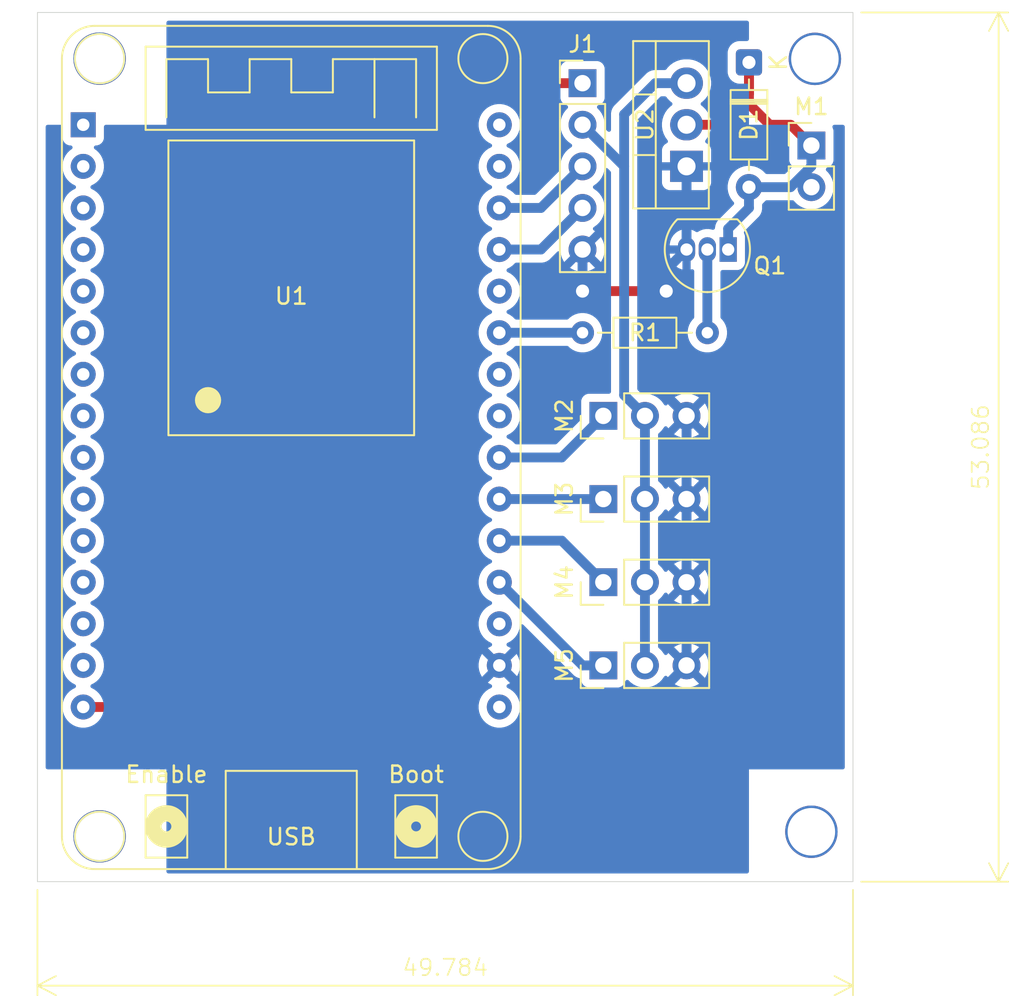
<source format=kicad_pcb>
(kicad_pcb (version 20241229) (generator "pcbnew") (generator_version "9.0")
  (title_block (title "Accessibility Module") (rev "1") (company "UTFPR") (comment 1 "Integration Workshop"))
  (layers (0 "F.Cu" signal) (2 "B.Cu" signal) (5 "F.SilkS" user "F.Silkscreen") (1 "F.Mask" user) (25 "Edge.Cuts" user))
  (net 0 "")
  (net 1 "/5V_CPU")
  (net 2 "GND")
  (net 3 "/MELODY_TX")
  (net 4 "/MELODY_RX")
  (net 5 "/5V_OTHERS")
  (net 6 "Net-(D1-A)")
  (net 7 "Net-(Q1-B)")
  (net 8 "/SERVO_4")
  (net 9 "/SERVO_3")
  (net 10 "/SERVO_2")
  (net 11 "/SERVO_1")
  (net 12 "/3V3_VIBRACALL")
  (net 13 "Net-(U1-IO19)")
  (footprint "Diode_THT:D_DO-35_SOD27_P7.62mm_Horizontal" (layer "F.Cu") (at 161.29 62.23 -90)
    (property "Reference" "D1" (at 3.81 0 90) (layer "F.SilkS"))
    (property "Value" "1N4148")
    (fp_line (start 1.04 0) (end 1.69 0) (stroke (width 0.12)) (layer "F.SilkS"))
    (fp_line (start 6.58 0) (end 5.93 0) (stroke (width 0.12)) (layer "F.SilkS"))
    (fp_line (start 2.29 -1.12) (end 2.29 1.12) (stroke (width 0.12)) (layer "F.SilkS"))
    (fp_line (start 2.41 -1.12) (end 2.41 1.12) (stroke (width 0.12)) (layer "F.SilkS"))
    (fp_line (start 2.53 -1.12) (end 2.53 1.12) (stroke (width 0.12)) (layer "F.SilkS"))
    (fp_rect (start 1.69 -1.12) (end 5.93 1.12) (stroke (width 0.12)) (fill no) (layer "F.SilkS"))
    (fp_text user "K" (at 0 -1.8 90) (layer "F.SilkS"))
    (pad "1" thru_hole roundrect (at 0 0 270) (size 1.6 1.6) (drill 0.8) (layers "*.Cu" "*.Mask") (roundrect_rratio 0.15625) (net 12 "/3V3_VIBRACALL"))
    (pad "2" thru_hole circle (at 7.62 0 270) (size 1.6 1.6) (drill 0.8) (layers "*.Cu" "*.Mask") (net 6 "Net-(D1-A)"))
  )
  (footprint "Connector_PinHeader_2.54mm:PinHeader_1x03_P2.54mm_Vertical" (layer "F.Cu") (at 152.4 88.9 90)
    (property "Reference" "M3" (at 0 -2.38 90) (layer "F.SilkS"))
    (property "Value" "SG90")
    (fp_line (start -1.38 -1.38) (end 0 -1.38) (stroke (width 0.12)) (layer "F.SilkS"))
    (fp_line (start -1.38 0) (end -1.38 -1.38) (stroke (width 0.12)) (layer "F.SilkS"))
    (fp_line (start 1.38 1.27) (end 1.38 6.46) (stroke (width 0.12)) (layer "F.SilkS"))
    (fp_line (start -1.38 1.27) (end 1.38 1.27) (stroke (width 0.12)) (layer "F.SilkS"))
    (fp_line (start -1.38 1.27) (end -1.38 6.46) (stroke (width 0.12)) (layer "F.SilkS"))
    (fp_line (start -1.38 6.46) (end 1.38 6.46) (stroke (width 0.12)) (layer "F.SilkS"))
    (pad "1" thru_hole rect (at 0 0 90) (size 1.7 1.7) (drill 1) (layers "*.Cu" "*.Mask") (net 10 "/SERVO_2"))
    (pad "2" thru_hole circle (at 0 2.54 90) (size 1.7 1.7) (drill 1) (layers "*.Cu" "*.Mask") (net 5 "/5V_OTHERS"))
    (pad "3" thru_hole circle (at 0 5.08 90) (size 1.7 1.7) (drill 1) (layers "*.Cu" "*.Mask") (net 2 "GND"))
  )
  (footprint "Package_TO_SOT_THT:TO-92_Inline" (layer "F.Cu") (at 160.02 73.66 180)
    (property "Reference" "Q1" (at -2.54 -0.994977 0) (layer "F.SilkS"))
    (property "Value" "BC546")
    (fp_line (start -0.53 1.85) (end 3.07 1.85) (stroke (width 0.12)) (layer "F.SilkS"))
    (fp_arc (start 1.27 -2.6) (mid 3.672087 -0.994977) (end 3.108478 1.838478) (stroke (width 0.12)) (layer "F.SilkS"))
    (fp_arc (start -0.568478 1.838478) (mid -1.132087 -0.994977) (end 1.27 -2.6) (stroke (width 0.12)) (layer "F.SilkS"))
    (pad "1" thru_hole rect (at 0 0 180) (size 1.05 1.5) (drill 0.75) (layers "*.Cu" "*.Mask") (net 6 "Net-(D1-A)"))
    (pad "2" thru_hole oval (at 1.27 0 180) (size 1.05 1.5) (drill 0.75) (layers "*.Cu" "*.Mask") (net 7 "Net-(Q1-B)"))
    (pad "3" thru_hole oval (at 2.54 0 180) (size 1.05 1.5) (drill 0.75) (layers "*.Cu" "*.Mask") (net 2 "GND"))
  )
  (footprint "Connector_PinHeader_2.54mm:PinHeader_1x03_P2.54mm_Vertical" (layer "F.Cu") (at 152.4 93.98 90)
    (property "Reference" "M4" (at 0 -2.38 90) (layer "F.SilkS"))
    (property "Value" "SG90")
    (fp_line (start -1.38 -1.38) (end 0 -1.38) (stroke (width 0.12)) (layer "F.SilkS"))
    (fp_line (start -1.38 0) (end -1.38 -1.38) (stroke (width 0.12)) (layer "F.SilkS"))
    (fp_line (start 1.38 1.27) (end 1.38 6.46) (stroke (width 0.12)) (layer "F.SilkS"))
    (fp_line (start -1.38 1.27) (end 1.38 1.27) (stroke (width 0.12)) (layer "F.SilkS"))
    (fp_line (start -1.38 1.27) (end -1.38 6.46) (stroke (width 0.12)) (layer "F.SilkS"))
    (fp_line (start -1.38 6.46) (end 1.38 6.46) (stroke (width 0.12)) (layer "F.SilkS"))
    (pad "1" thru_hole rect (at 0 0 90) (size 1.7 1.7) (drill 1) (layers "*.Cu" "*.Mask") (net 9 "/SERVO_3"))
    (pad "2" thru_hole circle (at 0 2.54 90) (size 1.7 1.7) (drill 1) (layers "*.Cu" "*.Mask") (net 5 "/5V_OTHERS"))
    (pad "3" thru_hole circle (at 0 5.08 90) (size 1.7 1.7) (drill 1) (layers "*.Cu" "*.Mask") (net 2 "GND"))
  )
  (footprint "Connector_PinHeader_2.54mm:PinHeader_1x02_P2.54mm_Vertical" (layer "F.Cu") (at 165.1 67.31)
    (property "Reference" "M1" (at 0 -2.38 0) (layer "F.SilkS"))
    (property "Value" "Motor_DC")
    (fp_line (start -1.38 -1.38) (end 0 -1.38) (stroke (width 0.12)) (layer "F.SilkS"))
    (fp_line (start -1.38 0) (end -1.38 -1.38) (stroke (width 0.12)) (layer "F.SilkS"))
    (fp_line (start -1.38 1.27) (end -1.38 3.92) (stroke (width 0.12)) (layer "F.SilkS"))
    (fp_line (start -1.38 1.27) (end 1.38 1.27) (stroke (width 0.12)) (layer "F.SilkS"))
    (fp_line (start -1.38 3.92) (end 1.38 3.92) (stroke (width 0.12)) (layer "F.SilkS"))
    (fp_line (start 1.38 1.27) (end 1.38 3.92) (stroke (width 0.12)) (layer "F.SilkS"))
    (pad "1" thru_hole rect (at 0 0) (size 1.7 1.7) (drill 1) (layers "*.Cu" "*.Mask") (net 12 "/3V3_VIBRACALL"))
    (pad "2" thru_hole circle (at 0 2.54) (size 1.7 1.7) (drill 1) (layers "*.Cu" "*.Mask") (net 6 "Net-(D1-A)"))
  )
  (footprint "Resistor_THT:R_Axial_DIN0204_L3.6mm_D1.6mm_P7.62mm_Horizontal" (layer "F.Cu") (at 151.13 78.74)
    (property "Reference" "R1" (at 3.81 0 0) (layer "F.SilkS"))
    (property "Value" "270R")
    (fp_line (start 0.94 0) (end 1.89 0) (stroke (width 0.12)) (layer "F.SilkS"))
    (fp_line (start 6.68 0) (end 5.73 0) (stroke (width 0.12)) (layer "F.SilkS"))
    (fp_rect (start 1.89 -0.92) (end 5.73 0.92) (stroke (width 0.12)) (fill no) (layer "F.SilkS"))
    (pad "1" thru_hole circle (at 0 0) (size 1.4 1.4) (drill 0.7) (layers "*.Cu" "*.Mask") (net 13 "Net-(U1-IO19)"))
    (pad "2" thru_hole circle (at 7.62 0) (size 1.4 1.4) (drill 0.7) (layers "*.Cu" "*.Mask") (net 7 "Net-(Q1-B)"))
  )
  (footprint "Connector_PinHeader_2.54mm:PinHeader_1x03_P2.54mm_Vertical" (layer "F.Cu") (at 152.4 83.82 90)
    (property "Reference" "M2" (at 0 -2.38 90) (layer "F.SilkS"))
    (property "Value" "SG90")
    (fp_line (start -1.38 -1.38) (end 0 -1.38) (stroke (width 0.12)) (layer "F.SilkS"))
    (fp_line (start -1.38 0) (end -1.38 -1.38) (stroke (width 0.12)) (layer "F.SilkS"))
    (fp_line (start 1.38 1.27) (end 1.38 6.46) (stroke (width 0.12)) (layer "F.SilkS"))
    (fp_line (start -1.38 1.27) (end 1.38 1.27) (stroke (width 0.12)) (layer "F.SilkS"))
    (fp_line (start -1.38 1.27) (end -1.38 6.46) (stroke (width 0.12)) (layer "F.SilkS"))
    (fp_line (start -1.38 6.46) (end 1.38 6.46) (stroke (width 0.12)) (layer "F.SilkS"))
    (pad "1" thru_hole rect (at 0 0 90) (size 1.7 1.7) (drill 1) (layers "*.Cu" "*.Mask") (net 11 "/SERVO_1"))
    (pad "2" thru_hole circle (at 0 2.54 90) (size 1.7 1.7) (drill 1) (layers "*.Cu" "*.Mask") (net 5 "/5V_OTHERS"))
    (pad "3" thru_hole circle (at 0 5.08 90) (size 1.7 1.7) (drill 1) (layers "*.Cu" "*.Mask") (net 2 "GND"))
  )
  (footprint "Package_TO_SOT_THT:TO-220-3_Vertical" (layer "F.Cu") (at 157.48 68.58 90)
    (property "Reference" "U2" (at 2.54 -2.54 90) (layer "F.SilkS"))
    (property "Value" "LM1117T-3.3")
    (fp_line (start 7.65 -3.26) (end 7.65 1.36) (stroke (width 0.12)) (layer "F.SilkS"))
    (fp_line (start 4.39 -3.26) (end 4.39 -1.88) (stroke (width 0.12)) (layer "F.SilkS"))
    (fp_line (start 0.69 -3.26) (end 0.69 -1.88) (stroke (width 0.12)) (layer "F.SilkS"))
    (fp_line (start -2.57 -3.26) (end 7.65 -3.26) (stroke (width 0.12)) (layer "F.SilkS"))
    (fp_line (start -2.57 -3.26) (end -2.57 1.36) (stroke (width 0.12)) (layer "F.SilkS"))
    (fp_line (start -2.57 -1.88) (end 7.65 -1.88) (stroke (width 0.12)) (layer "F.SilkS"))
    (fp_line (start -2.57 1.36) (end 7.65 1.36) (stroke (width 0.12)) (layer "F.SilkS"))
    (pad "1" thru_hole rect (at 0 0 90) (size 1.905 2) (drill 1.1) (layers "*.Cu" "*.Mask") (net 2 "GND"))
    (pad "2" thru_hole oval (at 2.54 0 90) (size 1.905 2) (drill 1.1) (layers "*.Cu" "*.Mask") (net 12 "/3V3_VIBRACALL"))
    (pad "3" thru_hole oval (at 5.08 0 90) (size 1.905 2) (drill 1.1) (layers "*.Cu" "*.Mask") (net 5 "/5V_OTHERS"))
  )
  (footprint "Connector_PinHeader_2.54mm:PinHeader_1x03_P2.54mm_Vertical" (layer "F.Cu") (at 152.4 99.06 90)
    (property "Reference" "M5" (at 0 -2.38 90) (layer "F.SilkS"))
    (property "Value" "SG90")
    (fp_line (start -1.38 -1.38) (end 0 -1.38) (stroke (width 0.12)) (layer "F.SilkS"))
    (fp_line (start -1.38 0) (end -1.38 -1.38) (stroke (width 0.12)) (layer "F.SilkS"))
    (fp_line (start 1.38 1.27) (end 1.38 6.46) (stroke (width 0.12)) (layer "F.SilkS"))
    (fp_line (start -1.38 1.27) (end 1.38 1.27) (stroke (width 0.12)) (layer "F.SilkS"))
    (fp_line (start -1.38 1.27) (end -1.38 6.46) (stroke (width 0.12)) (layer "F.SilkS"))
    (fp_line (start -1.38 6.46) (end 1.38 6.46) (stroke (width 0.12)) (layer "F.SilkS"))
    (pad "1" thru_hole rect (at 0 0 90) (size 1.7 1.7) (drill 1) (layers "*.Cu" "*.Mask") (net 8 "/SERVO_4"))
    (pad "2" thru_hole circle (at 0 2.54 90) (size 1.7 1.7) (drill 1) (layers "*.Cu" "*.Mask") (net 5 "/5V_OTHERS"))
    (pad "3" thru_hole circle (at 0 5.08 90) (size 1.7 1.7) (drill 1) (layers "*.Cu" "*.Mask") (net 2 "GND"))
  )
  (footprint "Connector_PinHeader_2.54mm:PinHeader_1x05_P2.54mm_Vertical" (layer "F.Cu") (at 151.13 63.5)
    (property "Reference" "J1" (at 0 -2.38 0) (layer "F.SilkS"))
    (property "Value" "Conn_01x05_Pin")
    (fp_line (start -1.38 -1.38) (end 0 -1.38) (stroke (width 0.12)) (layer "F.SilkS"))
    (fp_line (start -1.38 0) (end -1.38 -1.38) (stroke (width 0.12)) (layer "F.SilkS"))
    (fp_line (start -1.38 1.27) (end -1.38 11.54) (stroke (width 0.12)) (layer "F.SilkS"))
    (fp_line (start -1.38 1.27) (end 1.38 1.27) (stroke (width 0.12)) (layer "F.SilkS"))
    (fp_line (start -1.38 11.54) (end 1.38 11.54) (stroke (width 0.12)) (layer "F.SilkS"))
    (fp_line (start 1.38 1.27) (end 1.38 11.54) (stroke (width 0.12)) (layer "F.SilkS"))
    (pad "1" thru_hole rect (at 0 0) (size 1.7 1.7) (drill 1) (layers "*.Cu" "*.Mask") (net 1 "/5V_CPU"))
    (pad "2" thru_hole circle (at 0 2.54) (size 1.7 1.7) (drill 1) (layers "*.Cu" "*.Mask") (net 5 "/5V_OTHERS"))
    (pad "3" thru_hole circle (at 0 5.08) (size 1.7 1.7) (drill 1) (layers "*.Cu" "*.Mask") (net 3 "/MELODY_TX"))
    (pad "4" thru_hole circle (at 0 7.62) (size 1.7 1.7) (drill 1) (layers "*.Cu" "*.Mask") (net 4 "/MELODY_RX"))
    (pad "5" thru_hole circle (at 0 10.16) (size 1.7 1.7) (drill 1) (layers "*.Cu" "*.Mask") (net 2 "GND"))
  )
  (footprint "esp32_devkit_v1_doit:esp32_devkit_v1_doit" (layer "F.Cu") (at 133.35 66.04)
    (property "Reference" "U1" (at 0 10.47 0) (layer "F.SilkS"))
    (property "Value" "ESP32_DevKit_V1_DOIT")
    (fp_line (start -14 -4.04) (end -14 43.46) (stroke (width 0.12)) (layer "F.SilkS"))
    (fp_line (start -12 -6.04) (end 12 -6.04) (stroke (width 0.12)) (layer "F.SilkS"))
    (fp_line (start -12 45.46) (end 12 45.46) (stroke (width 0.12)) (layer "F.SilkS"))
    (fp_line (start -8.89 -4.77) (end 8.89 -4.77) (stroke (width 0.12)) (layer "F.SilkS"))
    (fp_line (start -8.89 0.31) (end -8.89 -4.77) (stroke (width 0.12)) (layer "F.SilkS"))
    (fp_line (start -8.89 40.95) (end -6.35 40.95) (stroke (width 0.12)) (layer "F.SilkS"))
    (fp_line (start -8.89 44.76) (end -8.89 40.95) (stroke (width 0.12)) (layer "F.SilkS"))
    (fp_line (start -7.62 -4.008) (end -5.08 -4.008) (stroke (width 0.12)) (layer "F.SilkS"))
    (fp_line (start -7.62 -0.452) (end -7.62 -4.008) (stroke (width 0.12)) (layer "F.SilkS"))
    (fp_line (start -7.5 0.96) (end 7.5 0.96) (stroke (width 0.12)) (layer "F.SilkS"))
    (fp_line (start -7.5 18.96) (end -7.5 0.96) (stroke (width 0.12)) (layer "F.SilkS"))
    (fp_line (start -6.35 40.95) (end -6.35 44.76) (stroke (width 0.12)) (layer "F.SilkS"))
    (fp_line (start -6.35 44.76) (end -8.89 44.76) (stroke (width 0.12)) (layer "F.SilkS"))
    (fp_line (start -5.08 -4.008) (end -5.08 -1.976) (stroke (width 0.12)) (layer "F.SilkS"))
    (fp_line (start -5.08 -1.976) (end -2.54 -1.976) (stroke (width 0.12)) (layer "F.SilkS"))
    (fp_line (start -4 39.46) (end -4 45.46) (stroke (width 0.12)) (layer "F.SilkS"))
    (fp_line (start -4 39.46) (end 4 39.46) (stroke (width 0.12)) (layer "F.SilkS"))
    (fp_line (start -2.54 -4.008) (end 0 -4.008) (stroke (width 0.12)) (layer "F.SilkS"))
    (fp_line (start -2.54 -1.976) (end -2.54 -4.008) (stroke (width 0.12)) (layer "F.SilkS"))
    (fp_line (start 0 -4.008) (end 0 -1.976) (stroke (width 0.12)) (layer "F.SilkS"))
    (fp_line (start 0 -1.976) (end 2.54 -1.976) (stroke (width 0.12)) (layer "F.SilkS"))
    (fp_line (start 2.54 -4.008) (end 7.62 -4.008) (stroke (width 0.12)) (layer "F.SilkS"))
    (fp_line (start 2.54 -1.976) (end 2.54 -4.008) (stroke (width 0.12)) (layer "F.SilkS"))
    (fp_line (start 4 39.46) (end 4 45.46) (stroke (width 0.12)) (layer "F.SilkS"))
    (fp_line (start 5.08 -4.008) (end 5.08 -0.452) (stroke (width 0.12)) (layer "F.SilkS"))
    (fp_line (start 6.35 40.95) (end 8.89 40.95) (stroke (width 0.12)) (layer "F.SilkS"))
    (fp_line (start 6.35 44.76) (end 6.35 40.95) (stroke (width 0.12)) (layer "F.SilkS"))
    (fp_line (start 7.5 0.96) (end 7.5 18.96) (stroke (width 0.12)) (layer "F.SilkS"))
    (fp_line (start 7.5 18.96) (end -7.5 18.96) (stroke (width 0.12)) (layer "F.SilkS"))
    (fp_line (start 7.62 -4.008) (end 7.62 -0.452) (stroke (width 0.12)) (layer "F.SilkS"))
    (fp_line (start 8.89 -4.77) (end 8.89 0.31) (stroke (width 0.12)) (layer "F.SilkS"))
    (fp_line (start 8.89 0.31) (end -8.89 0.31) (stroke (width 0.12)) (layer "F.SilkS"))
    (fp_line (start 8.89 40.95) (end 8.89 44.76) (stroke (width 0.12)) (layer "F.SilkS"))
    (fp_line (start 8.89 44.76) (end 6.35 44.76) (stroke (width 0.12)) (layer "F.SilkS"))
    (fp_line (start 14 43.46) (end 14 -4.04) (stroke (width 0.12)) (layer "F.SilkS"))
    (fp_arc (start -14 -4.04) (mid -13.414214 -5.454214) (end -12 -6.04) (stroke (width 0.12)) (layer "F.SilkS"))
    (fp_arc (start -12 45.46) (mid -13.414214 44.874214) (end -14 43.46) (stroke (width 0.12)) (layer "F.SilkS"))
    (fp_arc (start 12 -6.04) (mid 13.414214 -5.454214) (end 14 -4.04) (stroke (width 0.12)) (layer "F.SilkS"))
    (fp_arc (start 14 43.46) (mid 13.414214 44.874214) (end 12 45.46) (stroke (width 0.12)) (layer "F.SilkS"))
    (fp_circle (center -11.7 -4.04) (end -10.2 -4.04) (stroke (width 0.12)) (fill no) (layer "F.SilkS"))
    (fp_circle (center -11.7 43.46) (end -10.2 43.46) (stroke (width 0.12)) (fill no) (layer "F.SilkS"))
    (fp_circle (center -7.62 42.855) (end -7.32 42.855) (stroke (width 1)) (fill no) (layer "F.SilkS"))
    (fp_circle (center -5.08 16.82) (end -4.68 16.82) (stroke (width 0.8)) (fill no) (layer "F.SilkS"))
    (fp_circle (center 7.62 42.855) (end 7.92 42.855) (stroke (width 1)) (fill no) (layer "F.SilkS"))
    (fp_circle (center 11.7 -4.04) (end 13.2 -4.04) (stroke (width 0.12)) (fill no) (layer "F.SilkS"))
    (fp_circle (center 11.7 43.46) (end 13.2 43.46) (stroke (width 0.12)) (fill no) (layer "F.SilkS"))
    (fp_text user "Enable" (at -7.62 39.68 0) (layer "F.SilkS"))
    (fp_text user "USB" (at 0 43.49 0) (layer "F.SilkS"))
    (fp_text user "Boot" (at 7.62 39.68 0) (layer "F.SilkS"))
    (pad "1" thru_hole rect (at -12.7 0) (size 1.524 1.524) (drill 0.762) (layers "*.Cu" "*.Mask"))
    (pad "2" thru_hole circle (at -12.7 2.54) (size 1.524 1.524) (drill 0.762) (layers "*.Cu" "*.Mask"))
    (pad "3" thru_hole circle (at -12.7 5.08) (size 1.524 1.524) (drill 0.762) (layers "*.Cu" "*.Mask"))
    (pad "4" thru_hole circle (at -12.7 7.62) (size 1.524 1.524) (drill 0.762) (layers "*.Cu" "*.Mask"))
    (pad "5" thru_hole circle (at -12.7 10.16) (size 1.524 1.524) (drill 0.762) (layers "*.Cu" "*.Mask"))
    (pad "6" thru_hole circle (at -12.7 12.7) (size 1.524 1.524) (drill 0.762) (layers "*.Cu" "*.Mask"))
    (pad "7" thru_hole circle (at -12.7 15.24) (size 1.524 1.524) (drill 0.762) (layers "*.Cu" "*.Mask"))
    (pad "8" thru_hole circle (at -12.7 17.78) (size 1.524 1.524) (drill 0.762) (layers "*.Cu" "*.Mask"))
    (pad "9" thru_hole circle (at -12.7 20.32) (size 1.524 1.524) (drill 0.762) (layers "*.Cu" "*.Mask"))
    (pad "10" thru_hole circle (at -12.7 22.86) (size 1.524 1.524) (drill 0.762) (layers "*.Cu" "*.Mask"))
    (pad "11" thru_hole circle (at -12.7 25.4) (size 1.524 1.524) (drill 0.762) (layers "*.Cu" "*.Mask"))
    (pad "12" thru_hole circle (at -12.7 27.94) (size 1.524 1.524) (drill 0.762) (layers "*.Cu" "*.Mask"))
    (pad "13" thru_hole circle (at -12.7 30.48) (size 1.524 1.524) (drill 0.762) (layers "*.Cu" "*.Mask"))
    (pad "14" thru_hole circle (at -12.7 33.02) (size 1.524 1.524) (drill 0.762) (layers "*.Cu" "*.Mask"))
    (pad "15" thru_hole circle (at -12.7 35.56) (size 1.524 1.524) (drill 0.762) (layers "*.Cu" "*.Mask") (net 1 "/5V_CPU"))
    (pad "16" thru_hole circle (at 12.7 35.56) (size 1.524 1.524) (drill 0.762) (layers "*.Cu" "*.Mask"))
    (pad "17" thru_hole circle (at 12.7 33.02) (size 1.524 1.524) (drill 0.762) (layers "*.Cu" "*.Mask") (net 2 "GND"))
    (pad "18" thru_hole circle (at 12.7 30.48) (size 1.524 1.524) (drill 0.762) (layers "*.Cu" "*.Mask"))
    (pad "19" thru_hole circle (at 12.7 27.94) (size 1.524 1.524) (drill 0.762) (layers "*.Cu" "*.Mask") (net 8 "/SERVO_4"))
    (pad "20" thru_hole circle (at 12.7 25.4) (size 1.524 1.524) (drill 0.762) (layers "*.Cu" "*.Mask") (net 9 "/SERVO_3"))
    (pad "21" thru_hole circle (at 12.7 22.86) (size 1.524 1.524) (drill 0.762) (layers "*.Cu" "*.Mask") (net 10 "/SERVO_2"))
    (pad "22" thru_hole circle (at 12.7 20.32) (size 1.524 1.524) (drill 0.762) (layers "*.Cu" "*.Mask") (net 11 "/SERVO_1"))
    (pad "23" thru_hole circle (at 12.7 17.78) (size 1.524 1.524) (drill 0.762) (layers "*.Cu" "*.Mask"))
    (pad "24" thru_hole circle (at 12.7 15.24) (size 1.524 1.524) (drill 0.762) (layers "*.Cu" "*.Mask"))
    (pad "25" thru_hole circle (at 12.7 12.7) (size 1.524 1.524) (drill 0.762) (layers "*.Cu" "*.Mask") (net 13 "Net-(U1-IO19)"))
    (pad "26" thru_hole circle (at 12.7 10.16) (size 1.524 1.524) (drill 0.762) (layers "*.Cu" "*.Mask"))
    (pad "27" thru_hole circle (at 12.7 7.62) (size 1.524 1.524) (drill 0.762) (layers "*.Cu" "*.Mask") (net 4 "/MELODY_RX"))
    (pad "28" thru_hole circle (at 12.7 5.08) (size 1.524 1.524) (drill 0.762) (layers "*.Cu" "*.Mask") (net 3 "/MELODY_TX"))
    (pad "29" thru_hole circle (at 12.7 2.54) (size 1.524 1.524) (drill 0.762) (layers "*.Cu" "*.Mask"))
    (pad "30" thru_hole circle (at 12.7 0) (size 1.524 1.524) (drill 0.762) (layers "*.Cu" "*.Mask"))
  )
  (gr_rect (start 117.856 59.182) (end 167.64 112.268) (stroke (width 0.05)) (fill no) (layer "Edge.Cuts"))
  (dimension (type orthogonal) (layer "F.SilkS") (pts (xy 167.64 112.268) (xy 117.856 112.268)) (height 6.35) (orientation 0) (format (prefix "") (suffix "") (units 3) (units_format 0) (precision 4) (suppress_zeroes yes)) (style (thickness 0.1) (arrow_length 1.27) (text_position_mode 0) (arrow_direction outward) (extension_height 0.58642) (extension_offset 0.5) (keep_text_aligned yes)) (gr_text "49,784" (at 142.748 117.518 0) (layer "F.SilkS") (effects (font (size 1 1) (thickness 0.1)))))
  (dimension (type orthogonal) (layer "F.SilkS") (pts (xy 167.64 59.182) (xy 167.64 112.268)) (height 8.89) (orientation 1) (format (prefix "") (suffix "") (units 3) (units_format 0) (precision 4) (suppress_zeroes yes)) (style (thickness 0.1) (arrow_length 1.27) (text_position_mode 0) (arrow_direction outward) (extension_height 0.58642) (extension_offset 0.5) (keep_text_aligned yes)) (gr_text "53,086" (at 175.43 85.725 90) (layer "F.SilkS") (effects (font (size 1 1) (thickness 0.1)))))
  (via (at 165.1 109.22) (size 3.2) (drill 2.9) (layers "F.Cu" "B.Cu") (net 0))
  (via (at 165.314925 62.015075) (size 3.2) (drill 2.9) (layers "F.Cu" "B.Cu") (net 0))
  (via (at 121.65 62) (size 3.2) (drill 2.9) (layers "F.Cu" "B.Cu") (net 0))
  (via (at 121.65 109.5) (size 3.2) (drill 2.9) (layers "F.Cu" "B.Cu") (net 0))
  (segment (start 135.89 68.58) (end 140.97 63.5) (width 0.6) (layer "F.Cu") (net 1))
  (segment (start 120.65 101.6) (end 130.81 101.6) (width 0.6) (layer "F.Cu") (net 1))
  (segment (start 130.81 101.6) (end 135.89 96.52) (width 0.6) (layer "F.Cu") (net 1))
  (segment (start 140.97 63.5) (end 151.13 63.5) (width 0.6) (layer "F.Cu") (net 1))
  (segment (start 135.89 96.52) (end 135.89 68.58) (width 0.6) (layer "F.Cu") (net 1))
  (segment (start 151.13 76.2) (end 156.24 76.2) (width 0.6) (layer "F.Cu") (net 2))
  (via (at 151.13 76.2) (size 1.6) (drill 0.8) (layers "F.Cu" "B.Cu") (net 2))
  (via (at 156.24 76.2) (size 1.6) (drill 0.8) (layers "F.Cu" "B.Cu") (net 2))
  (segment (start 151.13 73.66) (end 151.13 76.2) (width 0.6) (layer "B.Cu") (net 2))
  (segment (start 157.48 99.06) (end 157.48 83.82) (width 0.6) (layer "B.Cu") (net 2))
  (segment (start 157.48 83.82) (end 156.21 82.55) (width 0.6) (layer "B.Cu") (net 2))
  (segment (start 146.05 99.06) (end 148.59 101.6) (width 0.6) (layer "B.Cu") (net 2))
  (segment (start 148.59 101.6) (end 154.94 101.6) (width 0.6) (layer "B.Cu") (net 2))
  (segment (start 156.21 74.93) (end 157.48 73.66) (width 0.6) (layer "B.Cu") (net 2))
  (segment (start 157.48 68.58) (end 157.48 73.66) (width 0.6) (layer "B.Cu") (net 2))
  (segment (start 154.94 101.6) (end 157.48 99.06) (width 0.6) (layer "B.Cu") (net 2))
  (segment (start 156.21 82.55) (end 156.21 74.93) (width 0.6) (layer "B.Cu") (net 2))
  (segment (start 148.59 71.12) (end 146.05 71.12) (width 0.6) (layer "B.Cu") (net 3))
  (segment (start 151.13 68.58) (end 148.59 71.12) (width 0.6) (layer "B.Cu") (net 3))
  (segment (start 148.59 73.66) (end 146.05 73.66) (width 0.6) (layer "B.Cu") (net 4))
  (segment (start 151.13 71.12) (end 148.59 73.66) (width 0.6) (layer "B.Cu") (net 4))
  (segment (start 153.67 82.55) (end 153.67 68.58) (width 0.6) (layer "B.Cu") (net 5))
  (segment (start 153.67 68.58) (end 151.13 66.04) (width 0.6) (layer "B.Cu") (net 5))
  (segment (start 153.67 68.58) (end 153.67 65.405) (width 0.6) (layer "B.Cu") (net 5))
  (segment (start 154.94 83.82) (end 153.67 82.55) (width 0.6) (layer "B.Cu") (net 5))
  (segment (start 155.575 63.5) (end 157.48 63.5) (width 0.6) (layer "B.Cu") (net 5))
  (segment (start 153.67 65.405) (end 155.575 63.5) (width 0.6) (layer "B.Cu") (net 5))
  (segment (start 154.94 99.06) (end 154.94 83.82) (width 0.6) (layer "B.Cu") (net 5))
  (segment (start 165.1 68.58) (end 165.1 67.31) (width 0.6) (layer "B.Cu") (net 6))
  (segment (start 161.29 69.85) (end 163.83 69.85) (width 0.6) (layer "B.Cu") (net 6))
  (segment (start 161.29 71.12) (end 161.29 69.85) (width 0.6) (layer "B.Cu") (net 6))
  (segment (start 163.83 69.85) (end 165.1 68.58) (width 0.6) (layer "B.Cu") (net 6))
  (segment (start 160.02 73.66) (end 160.02 72.39) (width 0.6) (layer "B.Cu") (net 6))
  (segment (start 160.02 72.39) (end 161.29 71.12) (width 0.6) (layer "B.Cu") (net 6))
  (segment (start 158.75 78.74) (end 158.75 73.66) (width 0.6) (layer "B.Cu") (net 7))
  (segment (start 152.4 99.06) (end 151.13 99.06) (width 0.6) (layer "B.Cu") (net 8))
  (segment (start 151.13 99.06) (end 146.05 93.98) (width 0.6) (layer "B.Cu") (net 8))
  (segment (start 149.86 91.44) (end 146.05 91.44) (width 0.6) (layer "B.Cu") (net 9))
  (segment (start 152.4 93.98) (end 149.86 91.44) (width 0.6) (layer "B.Cu") (net 9))
  (segment (start 152.4 88.9) (end 146.05 88.9) (width 0.6) (layer "B.Cu") (net 10))
  (segment (start 149.86 86.36) (end 146.05 86.36) (width 0.6) (layer "B.Cu") (net 11))
  (segment (start 152.4 83.82) (end 149.86 86.36) (width 0.6) (layer "B.Cu") (net 11))
  (segment (start 163.83 66.04) (end 162.56 66.04) (width 0.6) (layer "F.Cu") (net 12))
  (segment (start 159.385 66.04) (end 161.29 64.135) (width 0.6) (layer "F.Cu") (net 12))
  (segment (start 165.1 67.31) (end 163.83 66.04) (width 0.6) (layer "F.Cu") (net 12))
  (segment (start 157.48 66.04) (end 159.385 66.04) (width 0.6) (layer "F.Cu") (net 12))
  (segment (start 161.29 64.77) (end 161.29 62.23) (width 0.6) (layer "F.Cu") (net 12))
  (segment (start 161.29 64.135) (end 161.29 62.23) (width 0.6) (layer "F.Cu") (net 12))
  (segment (start 162.56 66.04) (end 161.29 64.77) (width 0.6) (layer "F.Cu") (net 12))
  (segment (start 151.13 78.74) (end 146.05 78.74) (width 0.6) (layer "B.Cu") (net 13))
  (zone (net 2) (net_name "GND") (layer "B.Cu") (connect_pads (clearance 0.5)) (min_thickness 0.25) (fill yes (thermal_gap 0.5) (thermal_bridge_width 0.5))
    (polygon (pts (xy 168.91 105.41) (xy 168.91 66.04) (xy 161.29 66.04) (xy 161.29 58.42) (xy 145.415 58.42) (xy 125.73 58.42) (xy 125.73 66.04) (xy 115.57 66.04) (xy 115.57 105.41) (xy 125.73 105.41) (xy 125.73 114.3) (xy 161.29 114.3) (xy 161.29 105.41)))
  )
)
</source>
